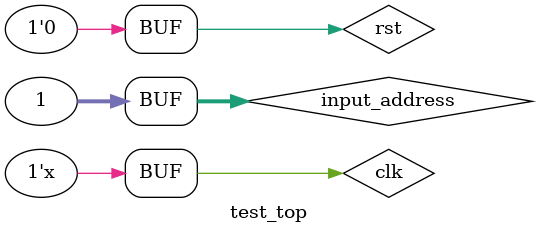
<source format=v>
`timescale 1ns / 1ps


module test_top;

	// Inputs
	reg clk;
	reg rst;
	reg [31:0] input_address;

	// Outputs
	wire [31:0] output_data;

	// Instantiate the Unit Under Test (UUT)
	Top uut (
		.clk(clk), 
		.rst(rst), 
		.input_address(input_address), 
		.output_data(output_data)
	);

	initial begin
		// Initialize Inputs
		clk = 0;
		rst = 1;
		input_address = 1;
		
		// Wait 100 ns for global reset to finish
		#100;
		rst = 0;
      input_address = 1;
		// Add stimulus here
	end
   always begin
		#50;
		clk = ~clk;
	end      
endmodule


</source>
